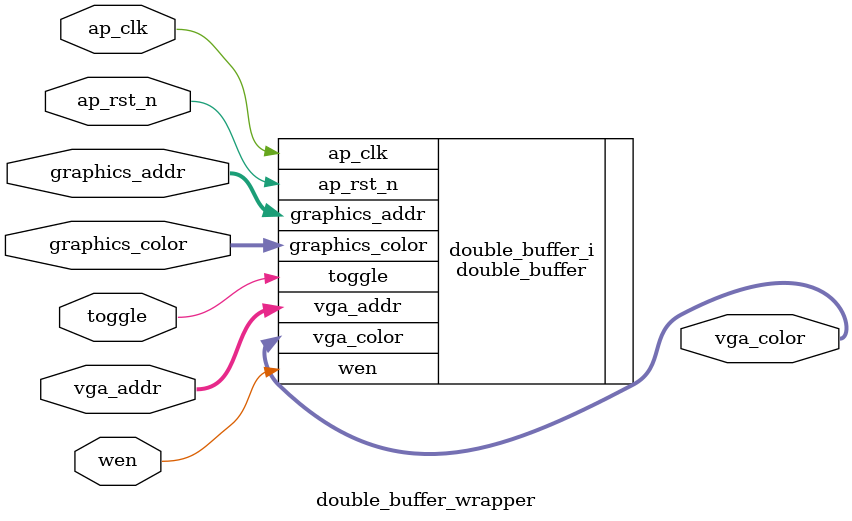
<source format=v>
`timescale 1 ps / 1 ps

module double_buffer_wrapper
   (ap_clk,
    ap_rst_n,
    graphics_addr,
    graphics_color,
    toggle,
    vga_addr,
    vga_color,
    wen);
  input ap_clk;
  input ap_rst_n;
  input [16:0]graphics_addr;
  input [14:0]graphics_color;
  input toggle;
  input [16:0]vga_addr;
  output [14:0]vga_color;
  input [0:0]wen;

  wire ap_clk;
  wire ap_rst_n;
  wire [16:0]graphics_addr;
  wire [14:0]graphics_color;
  wire toggle;
  wire [16:0]vga_addr;
  wire [14:0]vga_color;
  wire [0:0]wen;

  double_buffer double_buffer_i
       (.ap_clk(ap_clk),
        .ap_rst_n(ap_rst_n),
        .graphics_addr(graphics_addr),
        .graphics_color(graphics_color),
        .toggle(toggle),
        .vga_addr(vga_addr),
        .vga_color(vga_color),
        .wen(wen));
endmodule

</source>
